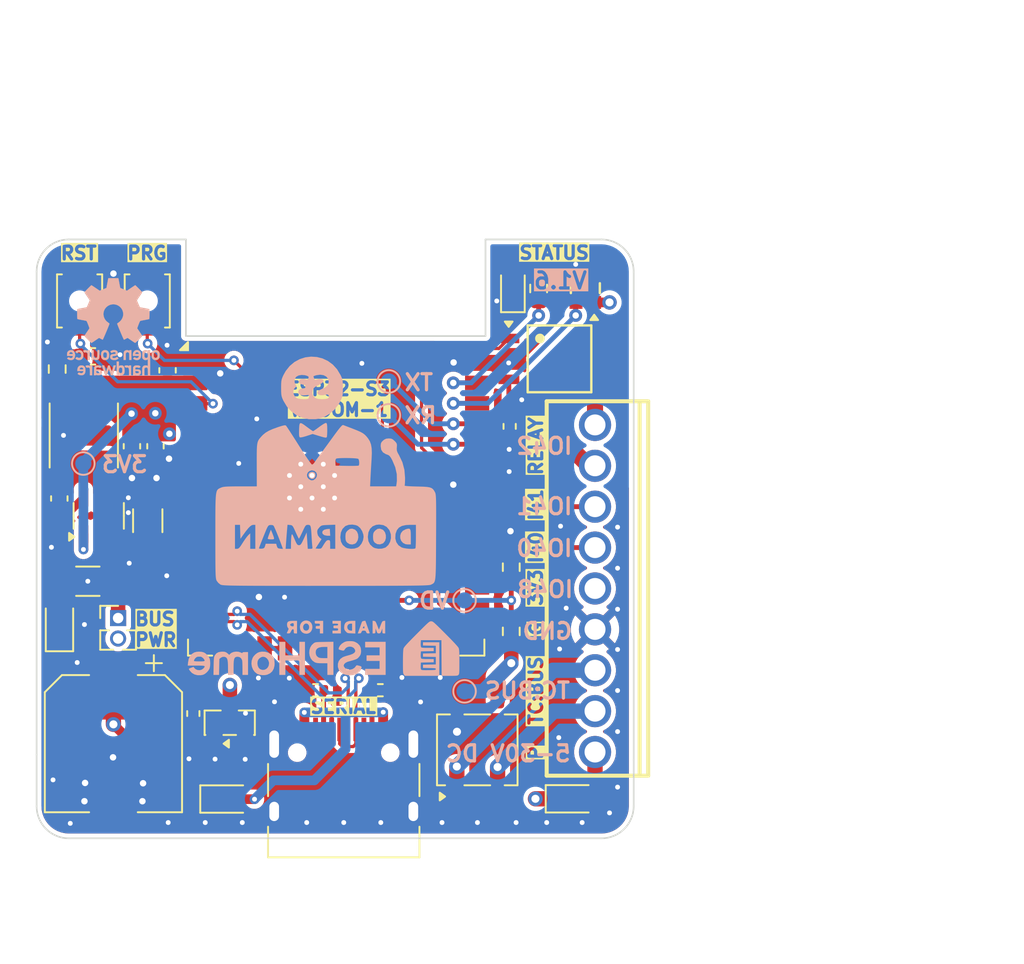
<source format=kicad_pcb>
(kicad_pcb (version 20241229) (generator "pcbnew") (generator_version "9.0")
  (title_block (title "Doorman S3") (date "2025-10-28") (rev "1.6") (comment 1 "TC:Bus Intercom Gateway"))
  (layers (0 "F.Cu" signal) (4 "In1.Cu" signal) (6 "In2.Cu" signal) (2 "B.Cu" signal) (13 "F.Paste" user) (15 "B.Paste" user) (5 "F.SilkS" user "F.Silkscreen") (7 "B.SilkS" user "B.Silkscreen") (1 "F.Mask" user) (3 "B.Mask" user) (25 "Edge.Cuts" user))
  (net 0 "")
  (net 1 "/EN")
  (net 2 "GND")
  (net 3 "+3.3V")
  (net 4 "LED_RGB")
  (net 11 "+5V")
  (net 12 "+24V Bus")
  (net 14 "USB_D+")
  (net 15 "USB_D-")
  (net 16 "BUS_ANA")
  (net 17 "LED_RED")
  (net 21 "IO40")
  (net 22 "IO41")
  (net 23 "Net-(Q1-B)")
  (net 24 "Net-(U2-BST)")
  (net 25 "Net-(U2-SW)")
  (net 26 "Net-(D4-A)")
  (net 27 "Net-(J1-CC1)")
  (net 30 "Net-(J1-CC2)")
  (net 32 "Net-(R9-Pad1)")
  (net 33 "BUS_WIRE1")
  (net 34 "BUS_WIRE2")
  (net 35 "/FLASH")
  (net 39 "unconnected-(U1-IO5-Pad5)")
  (net 40 "RELAY_WIRE1")
  (net 41 "RELAY_WIRE2")
  (net 42 "VCC")
  (net 43 "BUS_TX")
  (net 53 "Net-(D1-K)")
  (net 54 "Net-(D6-A)")
  (net 55 "Net-(JP1-A)")
  (net 56 "SSR")
  (net 57 "/TXD")
  (net 58 "/RXD")
  (footprint "Inductor_SMD:L_Abracon_ASPI-4030S" (layer "F.Cu") (at 129.76 88.856489 90)
    (property "Reference" "L1" (hide yes))
    (property "Value" "3.9uH")
  )
  (footprint "Connector_USB:USB_C_Receptacle_HRO_TYPE-C-31-M-12" (layer "F.Cu") (at 145.9 111.16)
    (property "Reference" "J1" (hide yes))
    (property "Value" "USB_C_Receptacle_USB2.0")
  )
  (footprint "Capacitor_SMD:CP_Elec_8x10" (layer "F.Cu") (at 131.6 108 -90)
    (property "Reference" "C3" (hide yes))
    (property "Value" "470uF")
  )
  (footprint "Resistor_SMD:R_0603_1608Metric" (layer "F.Cu") (at 158 79.725 90)
    (property "Reference" "R7" (hide yes))
    (property "Value" "470")
  )
  (footprint "Capacitor_SMD:C_1206_3216Metric" (layer "F.Cu") (at 133.73 94.15 90)
    (property "Reference" "C4" (hide yes))
    (property "Value" "10uF")
  )
  (footprint "Resistor_SMD:R_0402_1005Metric" (layer "F.Cu") (at 148.17 104.68 180)
    (property "Reference" "R4" (hide yes))
    (property "Value" "5.1K")
  )
  (footprint "Button_Switch_SMD:SW_SPST_B3U-1000P-B" (layer "F.Cu") (at 129.5 80.5 90)
    (property "Reference" "SW1" (hide yes))
    (property "Value" "Reset Button")
  )
  (footprint "Diode_SMD:D_SOD-323" (layer "F.Cu") (at 160.05 111.425)
    (property "Reference" "D5" (hide yes))
    (property "Value" "1N5819WS")
  )
  (footprint "Doorman:CONN-TH_9P-P2.54_KF128-2.54-9P" (layer "F.Cu") (at 161.5 98.36 90)
    (property "Reference" "J2" (hide yes))
    (property "Value" "Terminal")
  )
  (footprint "Resistor_SMD:R_0603_1608Metric" (layer "F.Cu") (at 128.11 84.73 90)
    (property "Reference" "R1" (hide yes))
    (property "Value" "10K")
  )
  (footprint "Diode_SMD:D_SOD-323" (layer "F.Cu") (at 128.25 100.65 90)
    (property "Reference" "D6" (hide yes))
    (property "Value" "1N5819WS")
  )
  (footprint "Resistor_SMD:R_0402_1005Metric" (layer "F.Cu") (at 156.2 88.29 -90)
    (property "Reference" "R9" (hide yes))
    (property "Value" "150")
  )
  (footprint "Doorman:LED-SMD_4P-L2.0-W1.8_CY-0807" (layer "F.Cu") (at 160.9 79.7 -90)
    (property "Reference" "D3" (hide yes))
    (property "Value" "WS2812B")
  )
  (footprint "Doorman:SOP-4_L4.4-W4.0-P2.54-LS7.0-TL" (layer "F.Cu") (at 159.3 84.1)
    (property "Reference" "U3" (hide yes))
    (property "Value" "GAQY252G3S")
  )
  (footprint "Resistor_SMD:R_0603_1608Metric" (layer "F.Cu") (at 156.3 101.025 90)
    (property "Reference" "R5" (hide yes))
    (property "Value" "1M")
  )
  (footprint "Resistor_SMD:R_0402_1005Metric" (layer "F.Cu") (at 144.15 104.68 180)
    (property "Reference" "R3" (hide yes))
    (property "Value" "5.1K")
  )
  (footprint "Capacitor_SMD:C_0603_1608Metric" (layer "F.Cu") (at 130.33 83.94)
    (property "Reference" "C1" (hide yes))
    (property "Value" "100nF")
  )
  (footprint "Button_Switch_SMD:SW_SPST_B3U-1000P-B" (layer "F.Cu") (at 133.7 80.5 90)
    (property "Reference" "SW2" (hide yes))
    (property "Value" "Flash Button" (hide yes))
  )
  (footprint "Package_TO_SOT_SMD:SOT-23" (layer "F.Cu") (at 138.82 106.7 90)
    (property "Reference" "Q1" (hide yes))
    (property "Value" "BC817")
  )
  (footprint "Capacitor_SMD:C_0603_1608Metric" (layer "F.Cu") (at 128.24 92.77 90)
    (property "Reference" "C5" (hide yes))
    (property "Value" "100nF")
  )
  (footprint "Package_TO_SOT_SMD:TSOT-23-6" (layer "F.Cu") (at 130.6875 93.85 90)
    (property "Reference" "U2" (hide yes))
    (property "Value" "AP63203WU")
  )
  (footprint "Diode_SMD:D_SOD-323" (layer "F.Cu") (at 138.6 111.44)
    (property "Reference" "D1" (hide yes))
    (property "Value" "1N5819WS")
  )
  (footprint "RF_Module:ESP32-S3-WROOM-1" (layer "F.Cu") (at 145.43033 89.58)
    (property "Reference" "U1" (hide yes))
    (property "Value" "ESP32-S3-WROOM-1")
  )
  (footprint "Capacitor_SMD:C_0603_1608Metric" (layer "F.Cu") (at 132.75 89.525 -90)
    (property "Reference" "C7" (hide yes))
    (property "Value" "22uF")
  )
  (footprint "Connector_PinHeader_1.27mm:PinHeader_1x02_P1.27mm_Vertical" (layer "F.Cu") (at 131.89 100.2)
    (property "Reference" "JP1" (hide yes))
    (property "Value" "Bus power Jumper")
  )
  (footprint "Resistor_SMD:R_1206_3216Metric" (layer "F.Cu") (at 130.01 97.91)
    (property "Reference" "R10" (hide yes))
    (property "Value" "62")
  )
  (footprint "Capacitor_SMD:C_0603_1608Metric" (layer "F.Cu") (at 134.21 89.525 -90)
    (property "Reference" "C6" (hide yes))
    (property "Value" "22uF")
  )
  (footprint "Resistor_SMD:R_0402_1005Metric" (layer "F.Cu") (at 136.56 106.13 90)
    (property "Reference" "R2" (hide yes))
    (property "Value" "1K")
  )
  (footprint "Package_TO_SOT_SMD:TO-269AA" (layer "F.Cu") (at 154.19 108.385 90)
    (property "Reference" "D2" (hide yes))
    (property "Value" "MB6S")
  )
  (footprint "LED_SMD:LED_0603_1608Metric" (layer "F.Cu") (at 156.4 79.7125 90)
    (property "Reference" "D4" (hide yes))
    (property "Value" "Red")
  )
  (footprint "Resistor_SMD:R_0603_1608Metric" (layer "F.Cu") (at 156.3 97.0375 90)
    (property "Reference" "R6" (hide yes))
    (property "Value" "147K")
  )
  (footprint "Capacitor_SMD:C_0603_1608Metric" (layer "F.Cu") (at 134.96 84.81 -90)
    (property "Reference" "C2" (hide yes))
    (property "Value" "100nF")
  )
  (footprint "TestPoint:TestPoint_Pad_D1.0mm" (layer "B.Cu") (at 129.73 90.6 180)
    (property "Reference" "J3" (hide yes))
    (property "Value" "3V3 Test Pad")
  )
  (footprint "TestPoint:TestPoint_Pad_D1.0mm" (layer "B.Cu") (at 148.7 87.6 90)
    (property "Reference" "J5" (hide yes))
    (property "Value" "RX Test Pad")
  )
  (footprint "TestPoint:TestPoint_Pad_D1.0mm" (layer "B.Cu") (at 153.4 99.1 180)
    (property "Reference" "J7" (hide yes))
    (property "Value" "BUS RX Test Pad")
  )
  (footprint "TestPoint:TestPoint_Pad_D1.0mm" (layer "B.Cu") (at 148.7 85.5 90)
    (property "Reference" "J4" (hide yes))
    (property "Value" "TX Test Pad")
  )
  (footprint "Doorman:doorman-s3-2" (layer "B.Cu") (at 144.83033 91.25 180)
    (property "Reference" "G***" (hide yes))
    (property "Value" "LOGO" (hide yes))
  )
  (footprint "Symbol:OSHW-Logo_5.7x6mm_SilkScreen" (layer "B.Cu") (at 131.6 82.1 180)
    (property "Reference" "REF**" (hide yes))
    (property "Value" "OSHW-Logo_5.7x6mm_SilkScreen" (hide yes))
  )
  (footprint "Doorman:esphome" (layer "B.Cu") (at 144.65 102.05 180)
    (property "Reference" "G***" (hide yes))
    (property "Value" "LOGO" (hide yes))
  )
  (footprint "TestPoint:TestPoint_Pad_D1.0mm" (layer "B.Cu") (at 153.4 104.75 180)
    (property "Reference" "J6" (hide yes))
    (property "Value" "BUS Test Pad")
  )
  (gr_line (start 126.83033 108.68) (end 126.83033 111.88) (stroke (width 0.1)) (layer "Edge.Cuts"))
  (gr_line (start 163.9 109) (end 163.9 111.88) (stroke (width 0.1)) (layer "Edge.Cuts"))
  (gr_arc (start 163.9 111.88) (mid 163.314215 113.294224) (end 161.9 113.88) (stroke (width 0.1)) (layer "Edge.Cuts"))
  (gr_line (start 126.83033 108.68) (end 126.83033 78.68) (stroke (width 0.1)) (layer "Edge.Cuts"))
  (gr_line (start 154.7 76.68) (end 154.7 82.68) (stroke (width 0.1)) (layer "Edge.Cuts"))
  (gr_line (start 154.7 82.68) (end 136.1 82.68) (stroke (width 0.1)) (layer "Edge.Cuts"))
  (gr_arc (start 126.83033 78.68) (mid 127.416116 77.265786) (end 128.83033 76.68) (stroke (width 0.1)) (layer "Edge.Cuts"))
  (gr_line (start 161.9 113.88) (end 128.83033 113.88) (stroke (width 0.1)) (layer "Edge.Cuts"))
  (gr_line (start 163.899999 78.7) (end 163.9 109) (stroke (width 0.1)) (layer "Edge.Cuts"))
  (gr_arc (start 128.83033 113.88) (mid 127.416116 113.294214) (end 126.83033 111.88) (stroke (width 0.1)) (layer "Edge.Cuts"))
  (gr_arc (start 161.9 76.679871) (mid 163.321339 77.272795) (end 163.899999 78.7) (stroke (width 0.1)) (layer "Edge.Cuts"))
  (gr_line (start 128.83033 76.68) (end 136.1 76.68) (stroke (width 0.1)) (layer "Edge.Cuts"))
  (gr_line (start 136.1 82.68) (end 136.1 76.68) (stroke (width 0.1)) (layer "Edge.Cuts"))
  (gr_line (start 154.7 76.68) (end 161.9 76.68) (stroke (width 0.1)) (layer "Edge.Cuts"))
  (gr_text "TC:BUS" (at 158.3 106.93 90) (layer "F.SilkS" knockout) (effects (font (size 0.8 0.8) (thickness 0.2) (bold yes)) (justify left bottom)))
  (gr_text "P" (at 158.3 109.1 90) (layer "F.SilkS" knockout) (effects (font (size 0.8 0.8) (thickness 0.2) (bold yes)) (justify left bottom)))
  (gr_text "RELAY" (at 158.3 91.425 90) (layer "F.SilkS" knockout) (effects (font (size 0.8 0.8) (thickness 0.2) (bold yes)) (justify left bottom)))
  (gr_text "SERIAL" (at 143.73 106.18 0) (layer "F.SilkS" knockout) (effects (font (size 0.8 0.8) (thickness 0.2) (bold yes)) (justify left bottom)))
  (gr_text "ESP32-S3\nWROOM-1" (at 145.6 87.725 0) (layer "F.SilkS" knockout) (effects (font (size 0.8 0.8) (thickness 0.2)) (justify bottom)))
  (gr_text "BUS\nPWR" (at 132.84 102.02 0) (layer "F.SilkS" knockout) (effects (font (size 0.8 0.8) (thickness 0.2) (bold yes)) (justify left bottom)))
  (gr_text "STATUS" (at 156.7 77.975 0) (layer "F.SilkS" knockout) (effects (font (size 0.8 0.8) (thickness 0.2) (bold yes)) (justify left bottom)))
  (gr_text "RST" (at 128.225 78 0) (layer "F.SilkS" knockout) (effects (font (size 0.8 0.8) (thickness 0.2) (bold yes)) (justify left bottom)))
  (gr_text "PRG" (at 132.35 78 0) (layer "F.SilkS" knockout) (effects (font (size 0.8 0.8) (thickness 0.2) (bold yes)) (justify left bottom)))
  (gr_text "G" (at 158.35 101.4 90) (layer "F.SilkS" knockout) (effects (font (size 0.8 0.8) (thickness 0.2) (bold yes)) (justify left bottom)))
  (gr_text "I41" (at 158.3 94.25 90) (layer "F.SilkS" knockout) (effects (font (size 0.8 0.8) (thickness 0.2) (bold yes)) (justify left bottom)))
  (gr_text "3V3" (at 158.29 99.54 90) (layer "F.SilkS" knockout) (effects (font (size 0.8 0.8) (thickness 0.2) (bold yes)) (justify left bottom)))
  (gr_text "I40" (at 158.3 96.9 90) (layer "F.SilkS" knockout) (effects (font (size 0.8 0.8) (thickness 0.2) (bold yes)) (justify left bottom)))
  (gr_text "TX" (at 151.55 86.15 0) (layer "B.SilkS") (effects (font (size 1 1) (thickness 0.2)) (justify left bottom mirror)))
  (gr_text "VD" (at 152.58 99.71 0) (layer "B.SilkS") (effects (font (size 1 1) (thickness 0.2)) (justify left bottom mirror)))
  (gr_text "GND" (at 160.2 101.6 0) (layer "B.SilkS") (effects (font (size 1 1) (thickness 0.2)) (justify left bottom mirror)))
  (gr_text "IO41" (at 160.2 93.85 0) (layer "B.SilkS") (effects (font (size 1 1) (thickness 0.2)) (justify left bottom mirror)))
  (gr_text "IO48" (at 160.25 99 0) (layer "B.SilkS") (effects (font (size 1 1) (thickness 0.2)) (justify left bottom mirror)))
  (gr_text "IO42" (at 160.2 90.1 0) (layer "B.SilkS") (effects (font (size 1 1) (thickness 0.2)) (justify left bottom mirror)))
  (gr_text "TC:BUS" (at 160.05 105.3 0) (layer "B.SilkS") (effects (font (size 1 1) (thickness 0.2)) (justify left bottom mirror)))
  (gr_text "5-30V DC" (at 160.1 109.2 0) (layer "B.SilkS") (effects (font (size 1 1) (thickness 0.2)) (justify left bottom mirror)))
  (gr_text "V${REVISION}" (at 161.1 79.825 0) (layer "B.SilkS" knockout) (effects (font (size 1 1) (thickness 0.2)) (justify left bottom mirror)))
  (gr_text "IO40" (at 160.2 96.45 0) (layer "B.SilkS") (effects (font (size 1 1) (thickness 0.2)) (justify left bottom mirror)))
  (gr_text "RX" (at 151.775 88.2 0) (layer "B.SilkS") (effects (font (size 1 1) (thickness 0.2)) (justify left bottom mirror)))
  (gr_text "3V3" (at 133.8 91.24 0) (layer "B.SilkS") (effects (font (size 1 1) (thickness 0.2)) (justify left bottom mirror)))
  (segment (start 129.55 83.15) (end 129.555 83.155) (width 0.2) (layer "F.Cu") (net 1))
  (segment (start 129.555 83.155) (end 129.555 83.94) (width 0.2) (layer "F.Cu") (net 1))
  (segment (start 129.5 83.1) (end 129.5 82.2) (width 0.2) (layer "F.Cu") (net 1))
  (segment (start 137.78 86.88) (end 136.69533 86.88) (width 0.2) (layer "F.Cu") (net 1))
  (segment (start 129.52 83.905) (end 128.195 83.905) (width 0.8) (layer "F.Cu") (net 1))
  (segment (start 129.555 83.94) (end 129.52 83.905) (width 0.8) (layer "F.Cu") (net 1))
  (via (at 137.78 86.88) (size 0.6) (drill 0.3) (layers "F.Cu" "B.Cu") (net 1))
  (via (at 129.55 83.15) (size 0.6) (drill 0.3) (layers "F.Cu" "B.Cu") (net 1))
  (segment (start 129.6 83.25) (end 131.87 85.52) (width 0.2) (layer "B.Cu") (net 1))
  (segment (start 131.87 85.52) (end 136.42 85.52) (width 0.2) (layer "B.Cu") (net 1))
  (segment (start 129.55 83.15) (end 129.6 83.2) (width 0.3) (layer "B.Cu") (net 1))
  (segment (start 136.42 85.52) (end 137.78 86.88) (width 0.2) (layer "B.Cu") (net 1))
  (segment (start 129.6 83.2) (end 129.6 83.25) (width 0.3) (layer "B.Cu") (net 1))
  (segment (start 131.6 78.8) (end 133.7 78.8) (width 0.6) (layer "F.Cu") (net 2))
  (segment (start 160.3 78.79) (end 160.31 78.8) (width 0.6) (layer "F.Cu") (net 2))
  (segment (start 160.31 78.8) (end 160.32 78.81) (width 0.2) (layer "F.Cu") (net 2))
  (segment (start 160.3 78.225) (end 160.3 78.79) (width 0.6) (layer "F.Cu") (net 2))
  (segment (start 155.4 80.5) (end 156.4 80.5) (width 0.6) (layer "F.Cu") (net 2))
  (segment (start 131.125 84.025) (end 131.1 84.05) (width 0.2) (layer "F.Cu") (net 2))
  (segment (start 154.16033 84.3) (end 154.18033 84.32) (width 0.2) (layer "F.Cu") (net 2))
  (segment (start 131.6 78.8) (end 129.5 78.8) (width 0.6) (layer "F.Cu") (net 2))
  (via (at 148.2 112.9) (size 0.6) (drill 0.3) (layers "F.Cu" "B.Cu") (net 2))
  (via (at 128.92 112.95) (size 0.6) (drill 0.3) (layers "F.Cu" "B.Cu") (net 2))
  (via (at 134.91 97.57) (size 0.6) (drill 0.3) (layers "F.Cu" "B.Cu") (net 2))
  (via (at 156.25 94.8) (size 0.8) (drill 0.4) (layers "F.Cu" "B.Cu") (net 2))
  (via (at 162.9 99.65) (size 0.6) (drill 0.3) (layers "F.Cu" "B.Cu") (net 2))
  (via (at 132.75 91.5) (size 0.8) (drill 0.4) (layers "F.Cu" "B.Cu") (net 2))
  (via (at 162.9 97.1) (size 0.6) (drill 0.3) (layers "F.Cu" "B.Cu") (net 2))
  (via (at 131.6 78.8) (size 0.8) (drill 0.4) (layers "F.Cu" "B.Cu") (net 2))
  (via (at 152.93 107.26) (size 0.9) (drill 0.5) (layers "F.Cu" "B.Cu") (net 2))
  (via (at 132.01 83.84) (size 0.6) (drill 0.3) (layers "F.Cu" "B.Cu") (net 2))
  (via (at 162.9 107.25) (size 0.6) (drill 0.3) (layers "F.Cu" "B.Cu") (net 2))
  (via (at 133.44 110.46) (size 0.8) (drill 0.4) (layers "F.Cu" "B.Cu") (net 2))
  (via (at 160.3 78.225) (size 0.6) (drill 0.3) (layers "F.Cu" "B.Cu") (net 2))
  (via (at 158.5 112.9) (size 0.6) (drill 0.3) (layers "F.Cu" "B.Cu") (net 2))
  (via (at 156.6 112.9) (size 0.6) (drill 0.3) (layers "F.Cu" "B.Cu") (net 2))
  (via (at 134.275 91.5) (size 0.8) (drill 0.4) (layers "F.Cu" "B.Cu") (net 2))
  (via (at 147.025 84.375) (size 0.6) (drill 0.3) (layers "F.Cu" "B.Cu") (net 2))
  (via (at 162.9 102.15) (size 0.6) (drill 0.3) (layers "F.Cu" "B.Cu") (net 2))
  (via (at 152.72 84.32) (size 0.8) (drill 0.4) (layers "F.Cu" "B.Cu") (net 2))
  (via (at 140.599681 103.919681) (size 0.6) (drill 0.3) (layers "F.Cu" "B.Cu") (net 2))
  (via (at 140.63 98.89) (size 0.8) (drill 0.4) (layers "F.Cu" "B.Cu") (net 2))
  (via (at 159.25 107.625) (size 0.6) (drill 0.3) (layers "F.Cu" "B.Cu") (net 2))
  (via (at 127.5 83.05) (size 0.6) (drill 0.3) (layers "F.Cu" "B.Cu") (net 2))
  (via (at 145.9 112.9) (size 0.6) (drill 0.3) (layers "F.Cu" "B.Cu") (net 2))
  (via (at 133.4 111.575) (size 0.8) (drill 0.4) (layers "F.Cu" "B.Cu") (net 2))
  (via (at 137.91 108.96) (size 0.6) (drill 0.3) (layers "F.Cu" "B.Cu") (net 2))
  (via (at 162.9 94.55) (size 0.6) (drill 0.3) (layers "F.Cu" "B.Cu") (net 2))
  (via (at 152 112.9) (size 0.6) (drill 0.3) (layers "F.Cu" "B.Cu") (net 2))
  (via (at 129.8 111.575) (size 0.8) (drill 0.4) (layers "F.Cu" "B.Cu") (net 2))
  (via (at 135.05 90.3) (size 0.8) (drill 0.4) (layers "F.Cu" "B.Cu") (net 2))
  (via (at 132.525 93.65) (size 0.6) (drill 0.3) (layers "F.Cu" "B.Cu") (net 2))
  (via (at 156.14 84.35) (size 0.6) (drill 0.3) (layers "F.Cu" "B.Cu") (net 2))
  (via (at 137.3 112.9) (size 0.6) (drill 0.3) (layers "F.Cu" "B.Cu") (net 2))
  (via (at 139.38 90.59) (size 0.6) (drill 0.3) (layers "F.Cu" "B.Cu") (net 2))
  (via (at 162.4 112.3) (size 0.6) (drill 0.3) (layers "F.Cu" "B.Cu") (net 2))
  (via (at 139.6 112.9) (size 0.6) (drill 0.3) (layers "F.Cu" "B.Cu") (net 2))
  (via (at 129.35 102.96) (size 0.6) (drill 0.3) (layers "F.Cu" "B.Cu") (net 2))
  (via (at 142.518388 103.928707) (size 0.6) (drill 0.3) (layers "F.Cu" "B.Cu") (net 2))
  (via (at 155.4 80.5) (size 0.6) (drill 0.3) (layers "F.Cu" "B.Cu") (net 2))
  (via (at 132.58 96.79) (size 0.6) (drill 0.3) (layers "F.Cu" "B.Cu") (net 2))
  (via (at 131.575 108.85) (size 0.8) (drill 0.4) (layers "F.Cu" "B.Cu") (net 2))
  (via (at 159.36 94.49) (size 0.6) (drill 0.3) (layers "F.Cu" "B.Cu") (net 2))
  (via (at 135 112.9) (size 0.6) (drill 0.3) (layers "F.Cu" "B.Cu") (net 2))
  (via (at 142.225 98.9) (size 0.6) (drill 0.3) (layers "F.Cu" "B.Cu") (net 2))
  (via (at 143.6 112.9) (size 0.6) (drill 0.3) (layers "F.Cu" "B.Cu") (net 2))
  (via (at 140.5 87.825) (size 0.6) (drill 0.3) (layers "F.Cu" "B.Cu") (net 2))
  (via (at 160.7 112.9) (size 0.6) (drill 0.3) (layers "F.Cu" "B.Cu") (net 2))
  (via (at 129.8 100.6) (size 0.6) (drill 0.3) (layers "F.Cu" "B.Cu") (net 2))
  (via (at 138.23 85) (size 0.8) (drill 0.4) (layers "F.Cu" "B.Cu") (net 2))
  (via (at 130.01 97.91) (size 0.6) (drill 0.3) (layers "F.Cu" "B.Cu") (net 2))
  (via (at 150.67 105.41) (size 0.6) (drill 0.3) (layers "F.Cu" "B.Cu") (net 2))
  (via (at 134.93 83.25) (size 0.6) (drill 0.3) (layers "F.Cu" "B.Cu") (net 2))
  (via (at 128.5 88.85) (size 0.6) (drill 0.3) (layers "F.Cu" "B.Cu") (net 2))
  (via (at 127.85 110.25) (size 0.6) (drill 0.3) (layers "F.Cu" "B.Cu") (net 2))
  (via (at 156.17 91.1) (size 0.6) (drill 0.3) (layers "F.Cu" "B.Cu") (net 2))
  (via (at 136.29 108.94) (size 0.6) (drill 0.3) (layers "F.Cu" "B.Cu") (net 2))
  (via (at 139.78 108.97) (size 0.6) (drill 0.3) (layers "F.Cu" "B.Cu") (net 2))
  (via (at 156.95 86.64) (size 0.6) (drill 0.3) (layers "F.Cu" "B.Cu") (net 2))
  (via (at 127.75 95.8) (size 0.6) (drill 0.3) (layers "F.Cu" "B.Cu") (net 2))
  (via (at 159.3 102.12) (size 0.6) (drill 0.3) (layers "F.Cu" "B.Cu") (net 2))
  (via (at 132.525 92.725) (size 0.6) (drill 0.3) (layers "F.Cu" "B.Cu") (net 2))
  (via (at 159.71 99.58) (size 0.6) (drill 0.3) (layers "F.Cu" "B.Cu") (net 2))
  (via (at 141.6 105.4) (size 0.6) (drill 0.3) (layers "F.Cu" "B.Cu") (net 2))
  (via (at 154.2 112.9) (size 0.6) (drill 0.3) (layers "F.Cu" "B.Cu") (net 2))
  (via (at 156.17 89.72) (size 0.6) (drill 0.3) (layers "F.Cu" "B.Cu") (net 2))
  (via (at 162.9 104.7) (size 0.6) (drill 0.3) (layers "F.Cu" "B.Cu") (net 2))
  (via (at 162.9 110.7) (size 0.6) (drill 0.3) (layers "F.Cu" "B.Cu") (net 2))
  (via (at 151.89 103.89) (size 0.6) (drill 0.3) (layers "F.Cu" "B.Cu") (net 2))
  (via (at 149.51 103.89) (size 0.6) (drill 0.3) (layers "F.Cu" "B.Cu") (net 2))
  (via (at 152.7 91.91) (size 0.8) (drill 0.4) (layers "F.Cu" "B.Cu") (net 2))
  (via (at 139.8 106.11) (size 0.6) (drill 0.3) (layers "F.Cu" "B.Cu") (net 2))
  (via (at 129.84 110.44) (size 0.8) (drill 0.4) (layers "F.Cu" "B.Cu") (net 2))
  (segment (start 129.737501 95.937501) (end 129.737501 94.9875) (width 0.6) (layer "F.Cu") (net 3))
  (segment (start 161.5 98.325) (end 161.5 98.36) (width 0.3) (layer "F.Cu") (net 3))
  (segment (start 162.4 80.59) (end 161.48 80.59) (width 0.6) (layer "F.Cu") (net 3))
  (segment (start 161.5 98.36) (end 161 98.36) (width 0.3) (layer "F.Cu") (net 3))
  (via (at 129.737501 95.937501) (size 0.6) (drill 0.3) (layers "F.Cu" "B.Cu") (net 3))
  (via (at 134.2 87.475) (size 0.8) (drill 0.4) (layers "F.Cu" "B.Cu") (net 3))
  (via (at 132.725 87.5) (size 0.8) (drill 0.4) (layers "F.Cu" "B.Cu") (net 3))
  (via (at 135.075 88.75) (size 0.8) (drill 0.4) (layers "F.Cu" "B.Cu") (net 3))
  (via (at 162.4 80.59) (size 0.9) (drill 0.5) (layers "F.Cu" "B.Cu") (net 3))
  (segment (start 129.73 90.6) (end 129.73 90.495) (width 0.6) (layer "B.Cu") (net 3))
  (segment (start 129.73 92.184998) (end 129.73 90.6) (width 0.6) (layer "B.Cu") (net 3))
  (segment (start 129.737501 95.937501) (end 129.737501 92.192499) (width 0.6) (layer "B.Cu") (net 3))
  (segment (start 129.737501 92.192499) (end 129.73 92.184998) (width 0.6) (layer "B.Cu") (net 3))
  (segment (start 129.73 90.495) (end 132.725 87.5) (width 0.6) (layer "B.Cu") (net 3))
  (segment (start 160.3 80.61) (end 160.32 80.59) (width 0.3) (layer "F.Cu") (net 4))
  (segment (start 160.3 81.4) (end 160.3 80.61) (width 0.3) (layer "F.Cu") (net 4))
  (segment (start 152.675 86.86) (end 154.18033 86.86) (width 0.3) (layer "F.Cu") (net 4))
  (via (at 152.7 86.86) (size 0.8) (drill 0.4) (layers "F.Cu" "B.Cu") (net 4))
  (via (at 160.3 81.4) (size 0.8) (drill 0.4) (layers "F.Cu" "B.Cu") (net 4))
  (segment (start 152.675 86.86) (end 154.84 86.86) (width 0.3) (layer "B.Cu") (net 4))
  (segment (start 154.84 86.86) (end 160.3 81.4) (width 0.3) (layer "B.Cu") (net 4))
  (segment (start 143.45 106.058231) (end 143.45 107.115) (width 0.6) (layer "F.Cu") (net 11))
  (segment (start 140.36 111.45) (end 139.66 111.45) (width 0.6) (layer "F.Cu") (net 11))
  (segment (start 148.35 106.043253) (end 148.35 107.115) (width 0.6) (layer "F.Cu") (net 11))
  (via (at 140.36 111.45) (size 0.6) (drill 0.3) (layers "F.Cu" "B.Cu") (net 11))
  (via (at 143.45 106.058231) (size 0.6) (drill 0.3) (layers "F.Cu" "B.Cu") (net 11))
  (via (at 148.35 106.043253) (size 0.6) (drill 0.3) (layers "F.Cu" "B.Cu") (net 11))
  (segment (start 148.335022 106.058231) (end 148.35 106.043253) (width 0.6) (layer "B.Cu") (net 11))
  (segment (start 146.01 106.058231) (end 146.01 108.34) (width 0.6) (layer "B.Cu") (net 11))
  (segment (start 144.07 110.28) (end 141.53 110.28) (width 0.6) (layer "B.Cu") (net 11))
  (segment (start 143.45 106.058231) (end 148.335022 106.058231) (width 0.6) (layer "B.Cu") (net 11))
  (segment (start 141.53 110.28) (end 140.36 111.45) (width 0.6) (layer "B.Cu") (net 11))
  (segment (start 146.01 108.34) (end 144.07 110.28) (width 0.6) (layer "B.Cu") (net 11))
  (segment (start 138.83 105.7525) (end 138.82 105.7625) (width 0.9) (layer "F.Cu") (net 12))
  (segment (start 155.46 103.84) (end 155.46 105.31) (width 0.9) (layer "F.Cu") (net 12))
  (segment (start 156.3 103) (end 155.46 103.84) (width 0.9) (layer "F.Cu") (net 12))
  (segment (start 156.3 101.85) (end 156.3 103) (width 0.9) (layer "F.Cu") (net 12))
  (segment (start 138.83 104.36) (end 138.83 105.7525) (width 0.9) (layer "F.Cu") (net 12))
  (via (at 138.83 104.36) (size 0.9) (drill 0.5) (layers "F.Cu" "B.Cu") (net 12))
  (via (at 156.3 103) (size 0.9) (drill 0.5) (layers "F.Cu" "B.Cu") (net 12))
  (segment (start 154.55 104.75) (end 153.4 104.75) (width 0.9) (layer "B.Cu") (net 12))
  (segment (start 156.3 103) (end 154.55 104.75) (width 0.9) (layer "B.Cu") (net 12))
  (segment (start 146.65 104.125) (end 146.65 104.96) (width 0.2) (layer "F.Cu") (net 14))
  (segment (start 145.65 108.01) (end 145.821 108.181) (width 0.2) (layer "F.Cu") (net 14))
  (segment (start 138.270001 100.420001) (end 139.08419 100.420001) (width 0.2) (layer "F.Cu") (net 14))
  (segment (start 146.835 103.94) (end 146.65 104.125) (width 0.2) (layer "F.Cu") (net 14))
  (segment (start 146.489 108.181) (end 146.65 108.02) (width 0.2) (layer "F.Cu") (net 14))
  (segment (start 139.08419 100.420001) (end 139.284189 100.62) (width 0.2) (layer "F.Cu") (net 14))
  (segment (start 138.215331 100.42) (end 138.27 100.42) (width 0.2) (layer "F.Cu") (net 14))
  (segment (start 146.65 108.02) (end 146.65 107.115) (width 0.2) (layer "F.Cu") (net 14))
  (segment (start 138.27 100.42) (end 138.270001 100.420001) (width 0.2) (layer "F.Cu") (net 14))
  (segment (start 145.821 108.181) (end 146.489 108.181) (width 0.2) (layer "F.Cu") (net 14))
  (segment (start 136.68033 100.83) (end 137.805331 100.83) (width 0.2) (layer "F.Cu") (net 14))
  (segment (start 136.780332 100.729998) (end 136.68033 100.83) (width 0.3) (layer "F.Cu") (net 14))
  (segment (start 146.65 104.96) (end 146.65 107.115) (width 0.2) (layer "F.Cu") (net 14))
  (segment (start 137.805331 100.83) (end 138.215331 100.42) (width 0.2) (layer "F.Cu") (net 14))
  (segment (start 145.65 107.115) (end 145.65 108.01) (width 0.2) (layer "F.Cu") (net 14))
  (via (at 146.835 103.94) (size 0.6) (drill 0.3) (layers "F.Cu" "B.Cu") (net 14))
  (via (at 139.284189 100.62) (size 0.6) (drill 0.3) (layers "F.Cu" "B.Cu") (net 14))
  (segment (start 146.635001 104.139999) (end 146.835 103.94) (width 0.2) (layer "B.Cu") (net 14))
  (segment (start 139.891803 100.420001) (end 139.484188 100.420001) (width 0.2) (layer "B.Cu") (net 14))
  (segment (start 144.766802 105.295) (end 139.891803 100.420001) (width 0.2) (layer "B.Cu") (net 14))
  (segment (start 146.635001 104.643197) (end 146.635001 104.139999) (width 0.2) (layer "B.Cu") (net 14))
  (segment (start 145.983198 105.295) (end 144.766802 105.295) (width 0.2) (layer "B.Cu") (net 14))
  (segment (start 145.983198 105.295) (end 146.635001 104.643197) (width 0.2) (layer "B.Cu") (net 14))
  (segment (start 139.484188 100.420001) (end 139.284189 100.62) (width 0.2) (layer "B.Cu") (net 14))
  (segment (start 138.27 99.97) (end 138.270001 99.969999) (width 0.2) (layer "F.Cu") (net 15))
  (segment (start 138.215331 99.97) (end 138.27 99.97) (width 0.2) (layer "F.Cu") (net 15))
  (segment (start 137.805331 99.56) (end 138.215331 99.97) (width 0.2) (layer "F.Cu") (net 15))
  (segment (start 145.159 107.106) (end 145.159 106.121) (width 0.2) (layer "F.Cu") (net 15))
  (segment (start 136.68033 99.56) (end 137.805331 99.56) (width 0.2) (layer "F.Cu") (net 15))
  (segment (start 145.985 103.94) (end 146.175 104.13) (width 0.2) (layer "F.Cu") (net 15))
  (segment (start 139.08419 99.969999) (end 139.284189 99.77) (width 0.2) (layer "F.Cu") (net 15))
  (segment (start 145.231 106.049) (end 146.059 106.049) (width 0.2) (layer "F.Cu") (net 15))
  (segment (start 146.175 104.97) (end 146.175 107.09) (width 0.2) (layer "F.Cu") (net 15))
  (segment (start 146.141 107.115) (end 146.15 107.115) (width 0.3) (layer "F.Cu") (net 15))
  (segment (start 146.175 107.09) (end 146.15 107.115) (width 0.2) (layer "F.Cu") (net 15))
  (segment (start 145.15 107.115) (end 145.159 107.106) (width 0.2) (layer "F.Cu") (net 15))
  (segment (start 146.141 106.131) (end 146.141 107.115) (width 0.2) (layer "F.Cu") (net 15))
  (segment (start 145.159 106.121) (end 145.231 106.049) (width 0.2) (layer "F.Cu") (net 15))
  (segment (start 138.270001 99.969999) (end 139.08419 99.969999) (width 0.2) (layer "F.Cu") (net 15))
  (segment (start 146.059 106.049) (end 146.141 106.131) (width 0.2) (layer "F.Cu") (net 15))
  (segment (start 146.175 104.13) (end 146.175 104.97) (width 0.2) (layer "F.Cu") (net 15))
  (via (at 145.985 103.94) (size 0.6) (drill 0.3) (layers "F.Cu" "B.Cu") (net 15))
  (via (at 139.284189 99.77) (size 0.6) (drill 0.3) (layers "F.Cu" "B.Cu") (net 15))
  (segment (start 140.078197 99.969999) (end 139.484188 99.969999) (width 0.2) (layer "B.Cu") (net 15))
  (segment (start 144.953198 104.845) (end 140.078197 99.969999) (width 0.2) (layer "B.Cu") (net 15))
  (segment (start 146.184999 104.139999) (end 145.985 103.94) (width 0.2) (layer "B.Cu") (net 15))
  (segment (start 145.796802 104.845) (end 144.953198 104.845) (width 0.2) (layer "B.Cu") (net 15))
  (segment (start 145.796802 104.845) (end 146.184999 104.456803) (width 0.2) (layer "B.Cu") (net 15))
  (segment (start 146.184999 104.456803) (end 146.184999 104.139999) (width 0.2) (layer "B.Cu") (net 15))
  (segment (start 139.484188 99.969999) (end 139.284189 99.77) (width 0.2) (layer "B.Cu") (net 15))
  (segment (start 149.96 99.1) (end 144.30533 99.1) (width 0.3) (layer "F.Cu") (net 16))
  (segment (start 156.3 99.1) (end 156.3 100.2) (width 0.3) (layer "F.Cu") (net 16))
  (segment (start 156.3 99.1) (end 156.3 97.8625) (width 0.3) (layer "F.Cu") (net 16))
  (segment (start 140.98533 102.08) (end 142.25533 102.08) (width 0.3) (layer "F.Cu") (net 16))
  (segment (start 144.30533 99.1) (end 142.25533 101.15) (width 0.3) (layer "F.Cu") (net 16))
  (segment (start 142.25533 101.15) (end 142.25533 102.08) (width 0.3) (layer "F.Cu") (net 16))
  (via (at 149.96 99.1) (size 0.6) (drill 0.3) (layers "F.Cu" "B.Cu") (net 16))
  (via (at 156.3 99.1) (size 0.6) (drill 0.3) (layers "F.Cu" "B.Cu") (net 16))
  (segment (start 153.4 99.1) (end 156.3 99.1) (width 0.3) (layer "B.Cu") (net 16))
  (segment (start 149.96 99.1) (end 153.4 99.1) (width 0.3) (layer "B.Cu") (net 16))
  (segment (start 152.675 85.59) (end 154.18033 85.59) (width 0.3) (layer "F.Cu") (net 17))
  (segment (start 154.152382 85.562052) (end 154.18033 85.59) (width 0.3) (layer "F.Cu") (net 17))
  (segment (start 158 81.4) (end 158 80.55) (width 0.3) (layer "F.Cu") (net 17))
  (via (at 158 81.4) (size 0.8) (drill 0.4) (layers "F.Cu" "B.Cu") (net 17))
  (via (at 152.7 85.59) (size 0.8) (drill 0.4) (layers "F.Cu" "B.Cu") (net 17))
  (segment (start 152.7 85.59) (end 153.81 85.59) (width 0.3) (layer "B.Cu") (net 17))
  (segment (start 153.81 85.59) (end 158 81.4) (width 0.3) (layer "B.Cu") (net 17))
  (segment (start 156.16 93.21) (end 154.18033 93.21) (width 0.3) (layer "F.Cu") (net 21))
  (segment (start 158.77 95.82) (end 156.16 93.21) (width 0.3) (layer "F.Cu") (net 21))
  (segment (start 161.5 95.82) (end 158.77 95.82) (width 0.3) (layer "F.Cu") (net 21))
  (segment (start 161.5 93.28) (end 158.72 93.28) (width 0.3) (layer "F.Cu") (net 22))
  (segment (start 158.72 93.28) (end 157.38 91.94) (width 0.3) (layer "F.Cu") (net 22))
  (segment (start 161.43 93.35) (end 161.5 93.28) (width 0.3) (layer "F.Cu") (net 22))
  (segment (start 157.38 91.94) (end 154.18033 91.94) (width 0.3) (layer "F.Cu") (net 22))
  (segment (start 137.87 107.6375) (end 137.0975 107.6375) (width 0.2) (layer "F.Cu") (net 23))
  (segment (start 136.52 107.06) (end 136.52 106.640001) (width 0.2) (layer "F.Cu") (net 23))
  (segment (start 137.0975 107.6375) (end 136.52 107.06) (width 0.2) (layer "F.Cu") (net 23))
  (segment (start 128.925 93.545) (end 129.737501 92.732499) (width 0.5) (layer "F.Cu") (net 24))
  (segment (start 128.24 93.545) (end 128.925 93.545) (width 0.5) (layer "F.Cu") (net 24))
  (segment (start 129.737501 92.732499) (end 129.737501 92.7125) (width 0.5) (layer "F.Cu") (net 24))
  (segment (start 129.64263 90.351493) (end 129.64263 90.441492) (width 0.5) (layer "F.Cu") (net 25))
  (segment (start 129.76 90.356489) (end 129.40351 90.356489) (width 0.5) (layer "F.Cu") (net 25))
  (segment (start 157.975 78.925) (end 158 78.9) (width 0.3) (layer "F.Cu") (net 26))
  (segment (start 156.4 78.925) (end 157.975 78.925) (width 0.3) (layer "F.Cu") (net 26))
  (segment (start 144.66 104.68) (end 144.65 104.69) (width 0.3) (layer "F.Cu") (net 27))
  (segment (start 144.65 104.69) (end 144.65 107.115) (width 0.3) (layer "F.Cu") (net 27))
  (segment (start 147.65 106.815) (end 147.65 104.69) (width 0.3) (layer "F.Cu") (net 30))
  (segment (start 147.65 104.69) (end 147.66 104.68) (width 0.3) (layer "F.Cu") (net 30))
  (segment (start 156.15 85.37) (end 156.15 87.73) (width 0.3) (layer "F.Cu") (net 32))
  (segment (start 156.15 87.73) (end 156.2 87.78) (width 0.3) (layer "F.Cu") (net 32))
  (segment (start 152.92 109.42) (end 152.92 111.46) (width 0.95) (layer "F.Cu") (net 33))
  (via (at 152.92 109.42) (size 0.9) (drill 0.5) (layers "F.Cu" "B.Cu") (net 33))
  (segment (start 161.5 103.44) (end 158.9 103.44) (width 0.95) (layer "B.Cu") (net 33))
  (segment (start 158.9 103.44) (end 152.92 109.42) (width 0.95) (layer "B.Cu") (net 33))
  (segment (start 155.45 111.45) (end 155.46 111.46) (width 0.95) (layer "F.Cu") (net 34))
  (segment (start 155.45 109.45) (end 155.45 111.45) (width 0.95) (layer "F.Cu") (net 34))
  (via (at 155.45 109.45) (size 0.9) (drill 0.5) (layers "F.Cu" "B.Cu") (net 34))
  (segment (start 161.5 105.98) (end 158.92 105.98) (width 0.95) (layer "B.Cu") (net 34))
  (segment (start 158.92 105.98) (end 155.45 109.45) (width 0.95) (layer "B.Cu") (net 34))
  (segment (start 133.725 83.15) (end 133.7 83.125) (width 0.3) (layer "F.Cu") (net 35))
  (segment (start 139.08 84.19) (end 140 85.11) (width 0.2) (layer "F.Cu") (net 35))
  (segment (start 140 85.11) (end 146.61 85.11) (width 0.2) (layer "F.Cu") (net 35))
  (segment (start 151.79 96.09) (end 151.79 99.289337) (width 0.2) (layer "F.Cu") (net 35))
  (segment (start 133.7 83.125) (end 133.7 82.2) (width 0.2) (layer "F.Cu") (net 35))
  (segment (start 148.3 86.8) (end 148.3 92.6) (width 0.2) (layer "F.Cu") (net 35))
  (segment (start 153.330663 100.83) (end 154.18033 100.83) (width 0.2) (layer "F.Cu") (net 35))
  (segment (start 146.61 85.11) (end 148.3 86.8) (width 0.2) (layer "F.Cu") (net 35))
  (segment (start 151.79 99.289337) (end 153.330663 100.83) (width 0.2) (layer "F.Cu") (net 35))
  (segment (start 154.18033 100.83) (end 154.73033 100.83) (width 0.3) (layer "F.Cu") (net 35))
  (segment (start 148.3 92.6) (end 151.79 96.09) (width 0.2) (layer "F.Cu") (net 35))
  (via (at 133.725 83.15) (size 0.6) (drill 0.3) (layers "F.Cu" "B.Cu") (net 35))
  (via (at 139.08 84.19) (size 0.6) (drill 0.3) (layers "F.Cu" "B.Cu") (net 35))
  (segment (start 134.765 84.19) (end 139.08 84.19) (width 0.2) (layer "B.Cu") (net 35))
  (segment (start 133.725 83.15) (end 134.765 84.19) (width 0.2) (layer "B.Cu") (net 35))
  (segment (start 136.68033 89.4) (end 136.80033 89.28) (width 0.3) (layer "F.Cu") (net 39))
  (segment (start 162.08 85.37) (end 162.45 85.37) (width 1) (layer "F.Cu") (net 40))
  (segment (start 161.5 88.2) (end 161.5 85.95) (width 1) (layer "F.Cu") (net 40))
  (segment (start 161.5 85.95) (end 162.08 85.37) (width 1) (layer "F.Cu") (net 40))
  (segment (start 159.25 84.95) (end 159.25 88.89) (width 1) (layer "F.Cu") (net 41))
  (segment (start 161.1 90.74) (end 161.5 90.74) (width 1) (layer "F.Cu") (net 41))
  (segment (start 161.37 82.83) (end 159.25 84.95) (width 1) (layer "F.Cu") (net 41))
  (segment (start 159.25 88.89) (end 161.1 90.74) (width 1) (layer "F.Cu") (net 41))
  (segment (start 162.45 82.83) (end 161.37 82.83) (width 1) (layer "F.Cu") (net 41))
  (segment (start 161.5 108.52) (end 161.5 111.025) (width 0.95) (layer "F.Cu") (net 42))
  (segment (start 161.5 111.025) (end 161.1 111.425) (width 0.95) (layer "F.Cu") (net 42))
  (segment (start 136.52 103.59) (end 135.47 102.54) (width 0.2) (layer "F.Cu") (net 43))
  (segment (start 135.47 98.55033) (end 135.73033 98.29) (width 0.2) (layer "F.Cu") (net 43))
  (segment (start 136.52 105.619999) (end 136.52 103.59) (width 0.2) (layer "F.Cu") (net 43))
  (segment (start 135.73033 98.29) (end 136.68033 98.29) (width 0.2) (layer "F.Cu") (net 43))
  (segment (start 135.47 102.54) (end 135.47 98.55033) (width 0.2) (layer "F.Cu") (net 43))
  (segment (start 131.6 106.8) (end 131.6 104.75) (width 0.95) (layer "F.Cu") (net 53))
  (segment (start 133.725 102.625) (end 133.725 95.700001) (width 1) (layer "F.Cu") (net 53))
  (segment (start 157.8 111.425) (end 159 111.425) (width 0.95) (layer "F.Cu") (net 53))
  (segment (start 129.12 104.7) (end 128.25 103.83) (width 0.9) (layer "F.Cu") (net 53))
  (segment (start 131.25 104.7) (end 129.12 104.7) (width 0.9) (layer "F.Cu") (net 53))
  (segment (start 128.25 103.83) (end 128.25 101.7) (width 0.9) (layer "F.Cu") (net 53))
  (segment (start 136.24 111.44) (end 137.55 111.44) (width 0.6) (layer "F.Cu") (net 53))
  (segment (start 131.6 104.75) (end 133.725 102.625) (width 1) (layer "F.Cu") (net 53))
  (segment (start 131.6 106.8) (end 136.24 111.44) (width 0.6) (layer "F.Cu") (net 53))
  (via (at 131.6 106.8) (size 0.9) (drill 0.5) (layers "F.Cu" "B.Cu") (net 53))
  (via (at 157.8 111.425) (size 0.9) (drill 0.5) (layers "F.Cu" "B.Cu") (net 53))
  (segment (start 128.25 99.6) (end 128.25 98.0475) (width 0.9) (layer "F.Cu") (net 54))
  (segment (start 128.3875 97.91) (end 128.5475 97.91) (width 0.9) (layer "F.Cu") (net 54))
  (segment (start 128.25 98.0475) (end 128.3875 97.91) (width 0.9) (layer "F.Cu") (net 54))
  (segment (start 131.89 98.3275) (end 131.4725 97.91) (width 0.9) (layer "F.Cu") (net 55))
  (segment (start 131.89 100.2) (end 131.89 98.3275) (width 0.9) (layer "F.Cu") (net 55))
  (segment (start 150.73 89.62) (end 151.78 90.67) (width 0.2) (layer "F.Cu") (net 56))
  (segment (start 151.78 90.67) (end 154.18033 90.67) (width 0.2) (layer "F.Cu") (net 56))
  (segment (start 150.73 84.53) (end 150.73 89.62) (width 0.2) (layer "F.Cu") (net 56))
  (segment (start 156.15 82.83) (end 155.53 83.45) (width 0.2) (layer "F.Cu") (net 56))
  (segment (start 155.53 83.45) (end 151.81 83.45) (width 0.2) (layer "F.Cu") (net 56))
  (segment (start 151.81 83.45) (end 150.73 84.53) (width 0.2) (layer "F.Cu") (net 56))
  (segment (start 152.7 88.13) (end 154.18033 88.13) (width 0.3) (layer "F.Cu") (net 57))
  (segment (start 154.18033 88.13) (end 153.64033 88.13) (width 0.3) (layer "F.Cu") (net 57))
  (segment (start 154.18533 88.14) (end 154.19533 88.15) (width 0.3) (layer "F.Cu") (net 57))
  (via (at 152.7 88.13) (size 0.8) (drill 0.4) (layers "F.Cu" "B.Cu") (net 57))
  (segment (start 148.825 85.5) (end 148.7 85.5) (width 0.3) (layer "B.Cu") (net 57))
  (segment (start 151.455 88.13) (end 148.825 85.5) (width 0.3) (layer "B.Cu") (net 57))
  (segment (start 152.7 88.13) (end 151.455 88.13) (width 0.3) (layer "B.Cu") (net 57))
  (segment (start 154.18533 89.41) (end 154.19533 89.42) (width 0.3) (layer "F.Cu") (net 58))
  (segment (start 152.7 89.4) (end 154.18033 89.4) (width 0.3) (layer "F.Cu") (net 58))
  (via (at 152.7 89.4) (size 0.8) (drill 0.4) (layers "F.Cu" "B.Cu") (net 58))
  (segment (start 152.7 89.4) (end 150.5 89.4) (width 0.3) (layer "B.Cu") (net 58))
  (segment (start 150.5 89.4) (end 148.7 87.6) (width 0.3) (layer "B.Cu") (net 58))
  (zone (net 3) (net_name "+3.3V") (layer "F.Cu") (priority 2) (connect_pads (clearance 0.3)) (min_thickness 0.25) (fill yes (thermal_gap 0.5) (thermal_bridge_width 0.5) (island_removal_mode 1) (island_area_min 10))
    (polygon (pts (xy 137.43 85.139679) (xy 137.430686 86.04) (xy 135.487699 86.04) (xy 135.475 89.225) (xy 132.15 89.225) (xy 132.15 88.5) (xy 131.475 87.925) (xy 127.125 87.925) (xy 127.125 85.14)))
  )
  (zone (net 2) (net_name "GND") (layer "F.Cu") (name "GND") (connect_pads (clearance 0.3)) (min_thickness 0.2) (fill yes (thermal_gap 0.508) (thermal_bridge_width 0.508))
    (polygon (pts (xy 164.905391 82.840865) (xy 164.9 114.705) (xy 126.49 114.726428) (xy 126.49 82.798972)))
  )
  (zone (net 53) (net_name "Net-(D1-K)") (layer "F.Cu") (priority 3) (connect_pads (clearance 0.3)) (min_thickness 0.25) (fill yes (thermal_gap 0.5) (thermal_bridge_width 0.5) (island_removal_mode 1) (island_area_min 10))
    (polygon (pts (xy 130.369998 94.300001) (xy 131.875 94.3) (xy 132.525 94.85) (xy 134.65 94.85) (xy 134.65 96.19) (xy 130.374725 96.19)))
  )
  (zone (net 0) (net_name "") (layer "F.Cu") (connect_pads (clearance 0)) (min_thickness 0.25)
    (keepout (tracks allowed) (vias allowed) (pads allowed) (copperpour not_allowed) (footprints allowed))
    (fill (thermal_gap 0.5) (thermal_bridge_width 0.5))
    (polygon (pts (xy 163.93 81.53) (xy 159.68 81.53) (xy 157.219061 83.986736) (xy 157.287193 90.143726) (xy 159.43 92.03) (xy 163.93 92.03)))
  )
  (zone (net 2) (net_name "GND") (layer "F.Cu") (priority 4) (connect_pads (clearance 0.3)) (min_thickness 0.25) (fill yes (thermal_gap 0.5) (thermal_bridge_width 0.5))
    (polygon (pts (xy 135.45 94.325) (xy 132.675 94.325) (xy 132 93.825) (xy 131.325 93.325) (xy 131.325 91.725) (xy 132.15 90.85) (xy 132.15 89.825) (xy 135.45 89.825)))
  )
  (zone (net 25) (net_name "Net-(U2-SW)") (layer "F.Cu") (priority 6) (connect_pads (clearance 0.3)) (min_thickness 0.25) (fill yes (thermal_gap 0.5) (thermal_bridge_width 0.5) (island_removal_mode 1) (island_area_min 10))
    (polygon (pts (xy 131.475 89.8) (xy 127.775 89.775) (xy 127.775 92.55) (xy 131 92.55) (xy 131 91.375) (xy 131.475 90.9)))
  )
  (zone (net 2) (net_name "GND") (layers "B.Cu" "In1.Cu" "In2.Cu") (priority 1) (connect_pads (clearance 0.3)) (min_thickness 0.25) (fill yes (thermal_gap 0.5) (thermal_bridge_width 0.5) (island_removal_mode 1) (island_area_min 10))
    (polygon (pts (xy 164.93033 76.28) (xy 126.4 76.025) (xy 126.5 114.575) (xy 165.03033 114.705)))
  )
)
</source>
